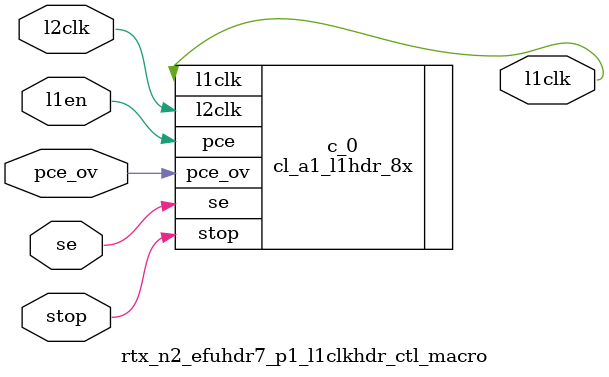
<source format=v>






module rtx_n2_efuhdr7_p1_l1clkhdr_ctl_macro (
  l2clk, 
  l1en, 
  pce_ov, 
  stop, 
  se, 
  l1clk);


  input l2clk;
  input l1en;
  input pce_ov;
  input stop;
  input se;
  output l1clk;



 

cl_a1_l1hdr_8x c_0 (


   .l2clk(l2clk),
   .pce(l1en),
   .l1clk(l1clk),
  .se(se),
  .pce_ov(pce_ov),
  .stop(stop)
);



endmodule









</source>
